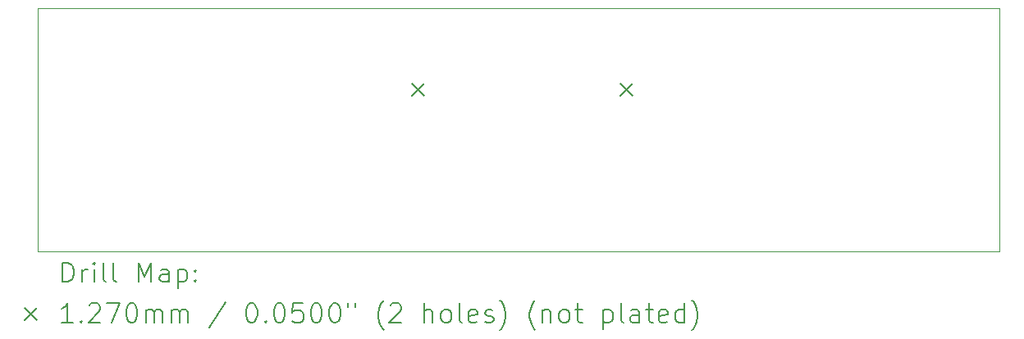
<source format=gbr>
%TF.GenerationSoftware,KiCad,Pcbnew,8.0.2-1*%
%TF.CreationDate,2024-09-17T16:57:35-04:00*%
%TF.ProjectId,Dummy Board,44756d6d-7920-4426-9f61-72642e6b6963,rev?*%
%TF.SameCoordinates,Original*%
%TF.FileFunction,Drillmap*%
%TF.FilePolarity,Positive*%
%FSLAX45Y45*%
G04 Gerber Fmt 4.5, Leading zero omitted, Abs format (unit mm)*
G04 Created by KiCad (PCBNEW 8.0.2-1) date 2024-09-17 16:57:35*
%MOMM*%
%LPD*%
G01*
G04 APERTURE LIST*
%ADD10C,0.050000*%
%ADD11C,0.200000*%
%ADD12C,0.127000*%
G04 APERTURE END LIST*
D10*
X12480000Y-8920000D02*
X22403116Y-8920000D01*
X22403116Y-11436884D01*
X12480000Y-11436884D01*
X12480000Y-8920000D01*
D11*
D12*
X16342000Y-9696500D02*
X16469000Y-9823500D01*
X16469000Y-9696500D02*
X16342000Y-9823500D01*
X18491000Y-9696500D02*
X18618000Y-9823500D01*
X18618000Y-9696500D02*
X18491000Y-9823500D01*
D11*
X12738277Y-11750868D02*
X12738277Y-11550868D01*
X12738277Y-11550868D02*
X12785896Y-11550868D01*
X12785896Y-11550868D02*
X12814467Y-11560392D01*
X12814467Y-11560392D02*
X12833515Y-11579440D01*
X12833515Y-11579440D02*
X12843039Y-11598487D01*
X12843039Y-11598487D02*
X12852562Y-11636582D01*
X12852562Y-11636582D02*
X12852562Y-11665154D01*
X12852562Y-11665154D02*
X12843039Y-11703249D01*
X12843039Y-11703249D02*
X12833515Y-11722297D01*
X12833515Y-11722297D02*
X12814467Y-11741344D01*
X12814467Y-11741344D02*
X12785896Y-11750868D01*
X12785896Y-11750868D02*
X12738277Y-11750868D01*
X12938277Y-11750868D02*
X12938277Y-11617535D01*
X12938277Y-11655630D02*
X12947801Y-11636582D01*
X12947801Y-11636582D02*
X12957324Y-11627059D01*
X12957324Y-11627059D02*
X12976372Y-11617535D01*
X12976372Y-11617535D02*
X12995420Y-11617535D01*
X13062086Y-11750868D02*
X13062086Y-11617535D01*
X13062086Y-11550868D02*
X13052562Y-11560392D01*
X13052562Y-11560392D02*
X13062086Y-11569916D01*
X13062086Y-11569916D02*
X13071610Y-11560392D01*
X13071610Y-11560392D02*
X13062086Y-11550868D01*
X13062086Y-11550868D02*
X13062086Y-11569916D01*
X13185896Y-11750868D02*
X13166848Y-11741344D01*
X13166848Y-11741344D02*
X13157324Y-11722297D01*
X13157324Y-11722297D02*
X13157324Y-11550868D01*
X13290658Y-11750868D02*
X13271610Y-11741344D01*
X13271610Y-11741344D02*
X13262086Y-11722297D01*
X13262086Y-11722297D02*
X13262086Y-11550868D01*
X13519229Y-11750868D02*
X13519229Y-11550868D01*
X13519229Y-11550868D02*
X13585896Y-11693725D01*
X13585896Y-11693725D02*
X13652562Y-11550868D01*
X13652562Y-11550868D02*
X13652562Y-11750868D01*
X13833515Y-11750868D02*
X13833515Y-11646106D01*
X13833515Y-11646106D02*
X13823991Y-11627059D01*
X13823991Y-11627059D02*
X13804943Y-11617535D01*
X13804943Y-11617535D02*
X13766848Y-11617535D01*
X13766848Y-11617535D02*
X13747801Y-11627059D01*
X13833515Y-11741344D02*
X13814467Y-11750868D01*
X13814467Y-11750868D02*
X13766848Y-11750868D01*
X13766848Y-11750868D02*
X13747801Y-11741344D01*
X13747801Y-11741344D02*
X13738277Y-11722297D01*
X13738277Y-11722297D02*
X13738277Y-11703249D01*
X13738277Y-11703249D02*
X13747801Y-11684201D01*
X13747801Y-11684201D02*
X13766848Y-11674678D01*
X13766848Y-11674678D02*
X13814467Y-11674678D01*
X13814467Y-11674678D02*
X13833515Y-11665154D01*
X13928753Y-11617535D02*
X13928753Y-11817535D01*
X13928753Y-11627059D02*
X13947801Y-11617535D01*
X13947801Y-11617535D02*
X13985896Y-11617535D01*
X13985896Y-11617535D02*
X14004943Y-11627059D01*
X14004943Y-11627059D02*
X14014467Y-11636582D01*
X14014467Y-11636582D02*
X14023991Y-11655630D01*
X14023991Y-11655630D02*
X14023991Y-11712773D01*
X14023991Y-11712773D02*
X14014467Y-11731820D01*
X14014467Y-11731820D02*
X14004943Y-11741344D01*
X14004943Y-11741344D02*
X13985896Y-11750868D01*
X13985896Y-11750868D02*
X13947801Y-11750868D01*
X13947801Y-11750868D02*
X13928753Y-11741344D01*
X14109705Y-11731820D02*
X14119229Y-11741344D01*
X14119229Y-11741344D02*
X14109705Y-11750868D01*
X14109705Y-11750868D02*
X14100182Y-11741344D01*
X14100182Y-11741344D02*
X14109705Y-11731820D01*
X14109705Y-11731820D02*
X14109705Y-11750868D01*
X14109705Y-11627059D02*
X14119229Y-11636582D01*
X14119229Y-11636582D02*
X14109705Y-11646106D01*
X14109705Y-11646106D02*
X14100182Y-11636582D01*
X14100182Y-11636582D02*
X14109705Y-11627059D01*
X14109705Y-11627059D02*
X14109705Y-11646106D01*
D12*
X12350500Y-12015884D02*
X12477500Y-12142884D01*
X12477500Y-12015884D02*
X12350500Y-12142884D01*
D11*
X12843039Y-12170868D02*
X12728753Y-12170868D01*
X12785896Y-12170868D02*
X12785896Y-11970868D01*
X12785896Y-11970868D02*
X12766848Y-11999440D01*
X12766848Y-11999440D02*
X12747801Y-12018487D01*
X12747801Y-12018487D02*
X12728753Y-12028011D01*
X12928753Y-12151820D02*
X12938277Y-12161344D01*
X12938277Y-12161344D02*
X12928753Y-12170868D01*
X12928753Y-12170868D02*
X12919229Y-12161344D01*
X12919229Y-12161344D02*
X12928753Y-12151820D01*
X12928753Y-12151820D02*
X12928753Y-12170868D01*
X13014467Y-11989916D02*
X13023991Y-11980392D01*
X13023991Y-11980392D02*
X13043039Y-11970868D01*
X13043039Y-11970868D02*
X13090658Y-11970868D01*
X13090658Y-11970868D02*
X13109705Y-11980392D01*
X13109705Y-11980392D02*
X13119229Y-11989916D01*
X13119229Y-11989916D02*
X13128753Y-12008963D01*
X13128753Y-12008963D02*
X13128753Y-12028011D01*
X13128753Y-12028011D02*
X13119229Y-12056582D01*
X13119229Y-12056582D02*
X13004943Y-12170868D01*
X13004943Y-12170868D02*
X13128753Y-12170868D01*
X13195420Y-11970868D02*
X13328753Y-11970868D01*
X13328753Y-11970868D02*
X13243039Y-12170868D01*
X13443039Y-11970868D02*
X13462086Y-11970868D01*
X13462086Y-11970868D02*
X13481134Y-11980392D01*
X13481134Y-11980392D02*
X13490658Y-11989916D01*
X13490658Y-11989916D02*
X13500182Y-12008963D01*
X13500182Y-12008963D02*
X13509705Y-12047059D01*
X13509705Y-12047059D02*
X13509705Y-12094678D01*
X13509705Y-12094678D02*
X13500182Y-12132773D01*
X13500182Y-12132773D02*
X13490658Y-12151820D01*
X13490658Y-12151820D02*
X13481134Y-12161344D01*
X13481134Y-12161344D02*
X13462086Y-12170868D01*
X13462086Y-12170868D02*
X13443039Y-12170868D01*
X13443039Y-12170868D02*
X13423991Y-12161344D01*
X13423991Y-12161344D02*
X13414467Y-12151820D01*
X13414467Y-12151820D02*
X13404943Y-12132773D01*
X13404943Y-12132773D02*
X13395420Y-12094678D01*
X13395420Y-12094678D02*
X13395420Y-12047059D01*
X13395420Y-12047059D02*
X13404943Y-12008963D01*
X13404943Y-12008963D02*
X13414467Y-11989916D01*
X13414467Y-11989916D02*
X13423991Y-11980392D01*
X13423991Y-11980392D02*
X13443039Y-11970868D01*
X13595420Y-12170868D02*
X13595420Y-12037535D01*
X13595420Y-12056582D02*
X13604943Y-12047059D01*
X13604943Y-12047059D02*
X13623991Y-12037535D01*
X13623991Y-12037535D02*
X13652563Y-12037535D01*
X13652563Y-12037535D02*
X13671610Y-12047059D01*
X13671610Y-12047059D02*
X13681134Y-12066106D01*
X13681134Y-12066106D02*
X13681134Y-12170868D01*
X13681134Y-12066106D02*
X13690658Y-12047059D01*
X13690658Y-12047059D02*
X13709705Y-12037535D01*
X13709705Y-12037535D02*
X13738277Y-12037535D01*
X13738277Y-12037535D02*
X13757324Y-12047059D01*
X13757324Y-12047059D02*
X13766848Y-12066106D01*
X13766848Y-12066106D02*
X13766848Y-12170868D01*
X13862086Y-12170868D02*
X13862086Y-12037535D01*
X13862086Y-12056582D02*
X13871610Y-12047059D01*
X13871610Y-12047059D02*
X13890658Y-12037535D01*
X13890658Y-12037535D02*
X13919229Y-12037535D01*
X13919229Y-12037535D02*
X13938277Y-12047059D01*
X13938277Y-12047059D02*
X13947801Y-12066106D01*
X13947801Y-12066106D02*
X13947801Y-12170868D01*
X13947801Y-12066106D02*
X13957324Y-12047059D01*
X13957324Y-12047059D02*
X13976372Y-12037535D01*
X13976372Y-12037535D02*
X14004943Y-12037535D01*
X14004943Y-12037535D02*
X14023991Y-12047059D01*
X14023991Y-12047059D02*
X14033515Y-12066106D01*
X14033515Y-12066106D02*
X14033515Y-12170868D01*
X14423991Y-11961344D02*
X14252563Y-12218487D01*
X14681134Y-11970868D02*
X14700182Y-11970868D01*
X14700182Y-11970868D02*
X14719229Y-11980392D01*
X14719229Y-11980392D02*
X14728753Y-11989916D01*
X14728753Y-11989916D02*
X14738277Y-12008963D01*
X14738277Y-12008963D02*
X14747801Y-12047059D01*
X14747801Y-12047059D02*
X14747801Y-12094678D01*
X14747801Y-12094678D02*
X14738277Y-12132773D01*
X14738277Y-12132773D02*
X14728753Y-12151820D01*
X14728753Y-12151820D02*
X14719229Y-12161344D01*
X14719229Y-12161344D02*
X14700182Y-12170868D01*
X14700182Y-12170868D02*
X14681134Y-12170868D01*
X14681134Y-12170868D02*
X14662086Y-12161344D01*
X14662086Y-12161344D02*
X14652563Y-12151820D01*
X14652563Y-12151820D02*
X14643039Y-12132773D01*
X14643039Y-12132773D02*
X14633515Y-12094678D01*
X14633515Y-12094678D02*
X14633515Y-12047059D01*
X14633515Y-12047059D02*
X14643039Y-12008963D01*
X14643039Y-12008963D02*
X14652563Y-11989916D01*
X14652563Y-11989916D02*
X14662086Y-11980392D01*
X14662086Y-11980392D02*
X14681134Y-11970868D01*
X14833515Y-12151820D02*
X14843039Y-12161344D01*
X14843039Y-12161344D02*
X14833515Y-12170868D01*
X14833515Y-12170868D02*
X14823991Y-12161344D01*
X14823991Y-12161344D02*
X14833515Y-12151820D01*
X14833515Y-12151820D02*
X14833515Y-12170868D01*
X14966848Y-11970868D02*
X14985896Y-11970868D01*
X14985896Y-11970868D02*
X15004944Y-11980392D01*
X15004944Y-11980392D02*
X15014467Y-11989916D01*
X15014467Y-11989916D02*
X15023991Y-12008963D01*
X15023991Y-12008963D02*
X15033515Y-12047059D01*
X15033515Y-12047059D02*
X15033515Y-12094678D01*
X15033515Y-12094678D02*
X15023991Y-12132773D01*
X15023991Y-12132773D02*
X15014467Y-12151820D01*
X15014467Y-12151820D02*
X15004944Y-12161344D01*
X15004944Y-12161344D02*
X14985896Y-12170868D01*
X14985896Y-12170868D02*
X14966848Y-12170868D01*
X14966848Y-12170868D02*
X14947801Y-12161344D01*
X14947801Y-12161344D02*
X14938277Y-12151820D01*
X14938277Y-12151820D02*
X14928753Y-12132773D01*
X14928753Y-12132773D02*
X14919229Y-12094678D01*
X14919229Y-12094678D02*
X14919229Y-12047059D01*
X14919229Y-12047059D02*
X14928753Y-12008963D01*
X14928753Y-12008963D02*
X14938277Y-11989916D01*
X14938277Y-11989916D02*
X14947801Y-11980392D01*
X14947801Y-11980392D02*
X14966848Y-11970868D01*
X15214467Y-11970868D02*
X15119229Y-11970868D01*
X15119229Y-11970868D02*
X15109706Y-12066106D01*
X15109706Y-12066106D02*
X15119229Y-12056582D01*
X15119229Y-12056582D02*
X15138277Y-12047059D01*
X15138277Y-12047059D02*
X15185896Y-12047059D01*
X15185896Y-12047059D02*
X15204944Y-12056582D01*
X15204944Y-12056582D02*
X15214467Y-12066106D01*
X15214467Y-12066106D02*
X15223991Y-12085154D01*
X15223991Y-12085154D02*
X15223991Y-12132773D01*
X15223991Y-12132773D02*
X15214467Y-12151820D01*
X15214467Y-12151820D02*
X15204944Y-12161344D01*
X15204944Y-12161344D02*
X15185896Y-12170868D01*
X15185896Y-12170868D02*
X15138277Y-12170868D01*
X15138277Y-12170868D02*
X15119229Y-12161344D01*
X15119229Y-12161344D02*
X15109706Y-12151820D01*
X15347801Y-11970868D02*
X15366848Y-11970868D01*
X15366848Y-11970868D02*
X15385896Y-11980392D01*
X15385896Y-11980392D02*
X15395420Y-11989916D01*
X15395420Y-11989916D02*
X15404944Y-12008963D01*
X15404944Y-12008963D02*
X15414467Y-12047059D01*
X15414467Y-12047059D02*
X15414467Y-12094678D01*
X15414467Y-12094678D02*
X15404944Y-12132773D01*
X15404944Y-12132773D02*
X15395420Y-12151820D01*
X15395420Y-12151820D02*
X15385896Y-12161344D01*
X15385896Y-12161344D02*
X15366848Y-12170868D01*
X15366848Y-12170868D02*
X15347801Y-12170868D01*
X15347801Y-12170868D02*
X15328753Y-12161344D01*
X15328753Y-12161344D02*
X15319229Y-12151820D01*
X15319229Y-12151820D02*
X15309706Y-12132773D01*
X15309706Y-12132773D02*
X15300182Y-12094678D01*
X15300182Y-12094678D02*
X15300182Y-12047059D01*
X15300182Y-12047059D02*
X15309706Y-12008963D01*
X15309706Y-12008963D02*
X15319229Y-11989916D01*
X15319229Y-11989916D02*
X15328753Y-11980392D01*
X15328753Y-11980392D02*
X15347801Y-11970868D01*
X15538277Y-11970868D02*
X15557325Y-11970868D01*
X15557325Y-11970868D02*
X15576372Y-11980392D01*
X15576372Y-11980392D02*
X15585896Y-11989916D01*
X15585896Y-11989916D02*
X15595420Y-12008963D01*
X15595420Y-12008963D02*
X15604944Y-12047059D01*
X15604944Y-12047059D02*
X15604944Y-12094678D01*
X15604944Y-12094678D02*
X15595420Y-12132773D01*
X15595420Y-12132773D02*
X15585896Y-12151820D01*
X15585896Y-12151820D02*
X15576372Y-12161344D01*
X15576372Y-12161344D02*
X15557325Y-12170868D01*
X15557325Y-12170868D02*
X15538277Y-12170868D01*
X15538277Y-12170868D02*
X15519229Y-12161344D01*
X15519229Y-12161344D02*
X15509706Y-12151820D01*
X15509706Y-12151820D02*
X15500182Y-12132773D01*
X15500182Y-12132773D02*
X15490658Y-12094678D01*
X15490658Y-12094678D02*
X15490658Y-12047059D01*
X15490658Y-12047059D02*
X15500182Y-12008963D01*
X15500182Y-12008963D02*
X15509706Y-11989916D01*
X15509706Y-11989916D02*
X15519229Y-11980392D01*
X15519229Y-11980392D02*
X15538277Y-11970868D01*
X15681134Y-11970868D02*
X15681134Y-12008963D01*
X15757325Y-11970868D02*
X15757325Y-12008963D01*
X16052563Y-12247059D02*
X16043039Y-12237535D01*
X16043039Y-12237535D02*
X16023991Y-12208963D01*
X16023991Y-12208963D02*
X16014468Y-12189916D01*
X16014468Y-12189916D02*
X16004944Y-12161344D01*
X16004944Y-12161344D02*
X15995420Y-12113725D01*
X15995420Y-12113725D02*
X15995420Y-12075630D01*
X15995420Y-12075630D02*
X16004944Y-12028011D01*
X16004944Y-12028011D02*
X16014468Y-11999440D01*
X16014468Y-11999440D02*
X16023991Y-11980392D01*
X16023991Y-11980392D02*
X16043039Y-11951820D01*
X16043039Y-11951820D02*
X16052563Y-11942297D01*
X16119229Y-11989916D02*
X16128753Y-11980392D01*
X16128753Y-11980392D02*
X16147801Y-11970868D01*
X16147801Y-11970868D02*
X16195420Y-11970868D01*
X16195420Y-11970868D02*
X16214468Y-11980392D01*
X16214468Y-11980392D02*
X16223991Y-11989916D01*
X16223991Y-11989916D02*
X16233515Y-12008963D01*
X16233515Y-12008963D02*
X16233515Y-12028011D01*
X16233515Y-12028011D02*
X16223991Y-12056582D01*
X16223991Y-12056582D02*
X16109706Y-12170868D01*
X16109706Y-12170868D02*
X16233515Y-12170868D01*
X16471610Y-12170868D02*
X16471610Y-11970868D01*
X16557325Y-12170868D02*
X16557325Y-12066106D01*
X16557325Y-12066106D02*
X16547801Y-12047059D01*
X16547801Y-12047059D02*
X16528753Y-12037535D01*
X16528753Y-12037535D02*
X16500182Y-12037535D01*
X16500182Y-12037535D02*
X16481134Y-12047059D01*
X16481134Y-12047059D02*
X16471610Y-12056582D01*
X16681134Y-12170868D02*
X16662087Y-12161344D01*
X16662087Y-12161344D02*
X16652563Y-12151820D01*
X16652563Y-12151820D02*
X16643039Y-12132773D01*
X16643039Y-12132773D02*
X16643039Y-12075630D01*
X16643039Y-12075630D02*
X16652563Y-12056582D01*
X16652563Y-12056582D02*
X16662087Y-12047059D01*
X16662087Y-12047059D02*
X16681134Y-12037535D01*
X16681134Y-12037535D02*
X16709706Y-12037535D01*
X16709706Y-12037535D02*
X16728753Y-12047059D01*
X16728753Y-12047059D02*
X16738277Y-12056582D01*
X16738277Y-12056582D02*
X16747801Y-12075630D01*
X16747801Y-12075630D02*
X16747801Y-12132773D01*
X16747801Y-12132773D02*
X16738277Y-12151820D01*
X16738277Y-12151820D02*
X16728753Y-12161344D01*
X16728753Y-12161344D02*
X16709706Y-12170868D01*
X16709706Y-12170868D02*
X16681134Y-12170868D01*
X16862087Y-12170868D02*
X16843039Y-12161344D01*
X16843039Y-12161344D02*
X16833515Y-12142297D01*
X16833515Y-12142297D02*
X16833515Y-11970868D01*
X17014468Y-12161344D02*
X16995420Y-12170868D01*
X16995420Y-12170868D02*
X16957325Y-12170868D01*
X16957325Y-12170868D02*
X16938277Y-12161344D01*
X16938277Y-12161344D02*
X16928753Y-12142297D01*
X16928753Y-12142297D02*
X16928753Y-12066106D01*
X16928753Y-12066106D02*
X16938277Y-12047059D01*
X16938277Y-12047059D02*
X16957325Y-12037535D01*
X16957325Y-12037535D02*
X16995420Y-12037535D01*
X16995420Y-12037535D02*
X17014468Y-12047059D01*
X17014468Y-12047059D02*
X17023992Y-12066106D01*
X17023992Y-12066106D02*
X17023992Y-12085154D01*
X17023992Y-12085154D02*
X16928753Y-12104201D01*
X17100182Y-12161344D02*
X17119230Y-12170868D01*
X17119230Y-12170868D02*
X17157325Y-12170868D01*
X17157325Y-12170868D02*
X17176373Y-12161344D01*
X17176373Y-12161344D02*
X17185896Y-12142297D01*
X17185896Y-12142297D02*
X17185896Y-12132773D01*
X17185896Y-12132773D02*
X17176373Y-12113725D01*
X17176373Y-12113725D02*
X17157325Y-12104201D01*
X17157325Y-12104201D02*
X17128753Y-12104201D01*
X17128753Y-12104201D02*
X17109706Y-12094678D01*
X17109706Y-12094678D02*
X17100182Y-12075630D01*
X17100182Y-12075630D02*
X17100182Y-12066106D01*
X17100182Y-12066106D02*
X17109706Y-12047059D01*
X17109706Y-12047059D02*
X17128753Y-12037535D01*
X17128753Y-12037535D02*
X17157325Y-12037535D01*
X17157325Y-12037535D02*
X17176373Y-12047059D01*
X17252563Y-12247059D02*
X17262087Y-12237535D01*
X17262087Y-12237535D02*
X17281134Y-12208963D01*
X17281134Y-12208963D02*
X17290658Y-12189916D01*
X17290658Y-12189916D02*
X17300182Y-12161344D01*
X17300182Y-12161344D02*
X17309706Y-12113725D01*
X17309706Y-12113725D02*
X17309706Y-12075630D01*
X17309706Y-12075630D02*
X17300182Y-12028011D01*
X17300182Y-12028011D02*
X17290658Y-11999440D01*
X17290658Y-11999440D02*
X17281134Y-11980392D01*
X17281134Y-11980392D02*
X17262087Y-11951820D01*
X17262087Y-11951820D02*
X17252563Y-11942297D01*
X17614468Y-12247059D02*
X17604944Y-12237535D01*
X17604944Y-12237535D02*
X17585896Y-12208963D01*
X17585896Y-12208963D02*
X17576373Y-12189916D01*
X17576373Y-12189916D02*
X17566849Y-12161344D01*
X17566849Y-12161344D02*
X17557325Y-12113725D01*
X17557325Y-12113725D02*
X17557325Y-12075630D01*
X17557325Y-12075630D02*
X17566849Y-12028011D01*
X17566849Y-12028011D02*
X17576373Y-11999440D01*
X17576373Y-11999440D02*
X17585896Y-11980392D01*
X17585896Y-11980392D02*
X17604944Y-11951820D01*
X17604944Y-11951820D02*
X17614468Y-11942297D01*
X17690658Y-12037535D02*
X17690658Y-12170868D01*
X17690658Y-12056582D02*
X17700182Y-12047059D01*
X17700182Y-12047059D02*
X17719230Y-12037535D01*
X17719230Y-12037535D02*
X17747801Y-12037535D01*
X17747801Y-12037535D02*
X17766849Y-12047059D01*
X17766849Y-12047059D02*
X17776373Y-12066106D01*
X17776373Y-12066106D02*
X17776373Y-12170868D01*
X17900182Y-12170868D02*
X17881134Y-12161344D01*
X17881134Y-12161344D02*
X17871611Y-12151820D01*
X17871611Y-12151820D02*
X17862087Y-12132773D01*
X17862087Y-12132773D02*
X17862087Y-12075630D01*
X17862087Y-12075630D02*
X17871611Y-12056582D01*
X17871611Y-12056582D02*
X17881134Y-12047059D01*
X17881134Y-12047059D02*
X17900182Y-12037535D01*
X17900182Y-12037535D02*
X17928754Y-12037535D01*
X17928754Y-12037535D02*
X17947801Y-12047059D01*
X17947801Y-12047059D02*
X17957325Y-12056582D01*
X17957325Y-12056582D02*
X17966849Y-12075630D01*
X17966849Y-12075630D02*
X17966849Y-12132773D01*
X17966849Y-12132773D02*
X17957325Y-12151820D01*
X17957325Y-12151820D02*
X17947801Y-12161344D01*
X17947801Y-12161344D02*
X17928754Y-12170868D01*
X17928754Y-12170868D02*
X17900182Y-12170868D01*
X18023992Y-12037535D02*
X18100182Y-12037535D01*
X18052563Y-11970868D02*
X18052563Y-12142297D01*
X18052563Y-12142297D02*
X18062087Y-12161344D01*
X18062087Y-12161344D02*
X18081134Y-12170868D01*
X18081134Y-12170868D02*
X18100182Y-12170868D01*
X18319230Y-12037535D02*
X18319230Y-12237535D01*
X18319230Y-12047059D02*
X18338277Y-12037535D01*
X18338277Y-12037535D02*
X18376373Y-12037535D01*
X18376373Y-12037535D02*
X18395420Y-12047059D01*
X18395420Y-12047059D02*
X18404944Y-12056582D01*
X18404944Y-12056582D02*
X18414468Y-12075630D01*
X18414468Y-12075630D02*
X18414468Y-12132773D01*
X18414468Y-12132773D02*
X18404944Y-12151820D01*
X18404944Y-12151820D02*
X18395420Y-12161344D01*
X18395420Y-12161344D02*
X18376373Y-12170868D01*
X18376373Y-12170868D02*
X18338277Y-12170868D01*
X18338277Y-12170868D02*
X18319230Y-12161344D01*
X18528754Y-12170868D02*
X18509706Y-12161344D01*
X18509706Y-12161344D02*
X18500182Y-12142297D01*
X18500182Y-12142297D02*
X18500182Y-11970868D01*
X18690658Y-12170868D02*
X18690658Y-12066106D01*
X18690658Y-12066106D02*
X18681135Y-12047059D01*
X18681135Y-12047059D02*
X18662087Y-12037535D01*
X18662087Y-12037535D02*
X18623992Y-12037535D01*
X18623992Y-12037535D02*
X18604944Y-12047059D01*
X18690658Y-12161344D02*
X18671611Y-12170868D01*
X18671611Y-12170868D02*
X18623992Y-12170868D01*
X18623992Y-12170868D02*
X18604944Y-12161344D01*
X18604944Y-12161344D02*
X18595420Y-12142297D01*
X18595420Y-12142297D02*
X18595420Y-12123249D01*
X18595420Y-12123249D02*
X18604944Y-12104201D01*
X18604944Y-12104201D02*
X18623992Y-12094678D01*
X18623992Y-12094678D02*
X18671611Y-12094678D01*
X18671611Y-12094678D02*
X18690658Y-12085154D01*
X18757325Y-12037535D02*
X18833515Y-12037535D01*
X18785896Y-11970868D02*
X18785896Y-12142297D01*
X18785896Y-12142297D02*
X18795420Y-12161344D01*
X18795420Y-12161344D02*
X18814468Y-12170868D01*
X18814468Y-12170868D02*
X18833515Y-12170868D01*
X18976373Y-12161344D02*
X18957325Y-12170868D01*
X18957325Y-12170868D02*
X18919230Y-12170868D01*
X18919230Y-12170868D02*
X18900182Y-12161344D01*
X18900182Y-12161344D02*
X18890658Y-12142297D01*
X18890658Y-12142297D02*
X18890658Y-12066106D01*
X18890658Y-12066106D02*
X18900182Y-12047059D01*
X18900182Y-12047059D02*
X18919230Y-12037535D01*
X18919230Y-12037535D02*
X18957325Y-12037535D01*
X18957325Y-12037535D02*
X18976373Y-12047059D01*
X18976373Y-12047059D02*
X18985896Y-12066106D01*
X18985896Y-12066106D02*
X18985896Y-12085154D01*
X18985896Y-12085154D02*
X18890658Y-12104201D01*
X19157325Y-12170868D02*
X19157325Y-11970868D01*
X19157325Y-12161344D02*
X19138277Y-12170868D01*
X19138277Y-12170868D02*
X19100182Y-12170868D01*
X19100182Y-12170868D02*
X19081135Y-12161344D01*
X19081135Y-12161344D02*
X19071611Y-12151820D01*
X19071611Y-12151820D02*
X19062087Y-12132773D01*
X19062087Y-12132773D02*
X19062087Y-12075630D01*
X19062087Y-12075630D02*
X19071611Y-12056582D01*
X19071611Y-12056582D02*
X19081135Y-12047059D01*
X19081135Y-12047059D02*
X19100182Y-12037535D01*
X19100182Y-12037535D02*
X19138277Y-12037535D01*
X19138277Y-12037535D02*
X19157325Y-12047059D01*
X19233516Y-12247059D02*
X19243039Y-12237535D01*
X19243039Y-12237535D02*
X19262087Y-12208963D01*
X19262087Y-12208963D02*
X19271611Y-12189916D01*
X19271611Y-12189916D02*
X19281135Y-12161344D01*
X19281135Y-12161344D02*
X19290658Y-12113725D01*
X19290658Y-12113725D02*
X19290658Y-12075630D01*
X19290658Y-12075630D02*
X19281135Y-12028011D01*
X19281135Y-12028011D02*
X19271611Y-11999440D01*
X19271611Y-11999440D02*
X19262087Y-11980392D01*
X19262087Y-11980392D02*
X19243039Y-11951820D01*
X19243039Y-11951820D02*
X19233516Y-11942297D01*
M02*

</source>
